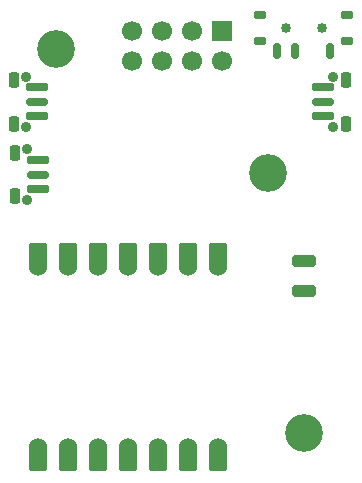
<source format=gbr>
%TF.GenerationSoftware,KiCad,Pcbnew,9.0.7*%
%TF.CreationDate,2026-01-31T17:00:11+00:00*%
%TF.ProjectId,timetable,74696d65-7461-4626-9c65-2e6b69636164,rev?*%
%TF.SameCoordinates,Original*%
%TF.FileFunction,Soldermask,Top*%
%TF.FilePolarity,Negative*%
%FSLAX46Y46*%
G04 Gerber Fmt 4.6, Leading zero omitted, Abs format (unit mm)*
G04 Created by KiCad (PCBNEW 9.0.7) date 2026-01-31 17:00:11*
%MOMM*%
%LPD*%
G01*
G04 APERTURE LIST*
G04 Aperture macros list*
%AMRoundRect*
0 Rectangle with rounded corners*
0 $1 Rounding radius*
0 $2 $3 $4 $5 $6 $7 $8 $9 X,Y pos of 4 corners*
0 Add a 4 corners polygon primitive as box body*
4,1,4,$2,$3,$4,$5,$6,$7,$8,$9,$2,$3,0*
0 Add four circle primitives for the rounded corners*
1,1,$1+$1,$2,$3*
1,1,$1+$1,$4,$5*
1,1,$1+$1,$6,$7*
1,1,$1+$1,$8,$9*
0 Add four rect primitives between the rounded corners*
20,1,$1+$1,$2,$3,$4,$5,0*
20,1,$1+$1,$4,$5,$6,$7,0*
20,1,$1+$1,$6,$7,$8,$9,0*
20,1,$1+$1,$8,$9,$2,$3,0*%
G04 Aperture macros list end*
%ADD10C,3.200000*%
%ADD11C,0.900000*%
%ADD12RoundRect,0.187500X0.712500X-0.187500X0.712500X0.187500X-0.712500X0.187500X-0.712500X-0.187500X0*%
%ADD13RoundRect,0.150000X0.750000X-0.150000X0.750000X0.150000X-0.750000X0.150000X-0.750000X-0.150000X0*%
%ADD14RoundRect,0.225000X0.225000X-0.425000X0.225000X0.425000X-0.225000X0.425000X-0.225000X-0.425000X0*%
%ADD15RoundRect,0.152400X-0.609600X1.063600X-0.609600X-1.063600X0.609600X-1.063600X0.609600X1.063600X0*%
%ADD16C,1.524000*%
%ADD17RoundRect,0.152400X0.609600X-1.063600X0.609600X1.063600X-0.609600X1.063600X-0.609600X-1.063600X0*%
%ADD18C,0.850000*%
%ADD19RoundRect,0.150000X0.150000X0.500000X-0.150000X0.500000X-0.150000X-0.500000X0.150000X-0.500000X0*%
%ADD20RoundRect,0.175000X0.350000X0.175000X-0.350000X0.175000X-0.350000X-0.175000X0.350000X-0.175000X0*%
%ADD21RoundRect,0.250000X0.750000X-0.250000X0.750000X0.250000X-0.750000X0.250000X-0.750000X-0.250000X0*%
%ADD22RoundRect,0.187500X-0.712500X0.187500X-0.712500X-0.187500X0.712500X-0.187500X0.712500X0.187500X0*%
%ADD23RoundRect,0.150000X-0.750000X0.150000X-0.750000X-0.150000X0.750000X-0.150000X0.750000X0.150000X0*%
%ADD24RoundRect,0.225000X-0.225000X0.425000X-0.225000X-0.425000X0.225000X-0.425000X0.225000X0.425000X0*%
%ADD25R,1.700000X1.700000*%
%ADD26C,1.700000*%
G04 APERTURE END LIST*
D10*
%TO.C,REF\u002A\u002A*%
X215500000Y-56000000D03*
%TD*%
D11*
%TO.C,SW3*%
X218000000Y-30125000D03*
X218000000Y-25875000D03*
D12*
X217100000Y-29225000D03*
X217100000Y-26775000D03*
D13*
X217100000Y-28000000D03*
D14*
X219050000Y-29850000D03*
X219050000Y-26150000D03*
%TD*%
D15*
%TO.C,U1*%
X193000000Y-58075000D03*
D16*
X193000000Y-57240000D03*
D15*
X195540000Y-58075000D03*
D16*
X195540000Y-57240000D03*
D15*
X198080000Y-58075000D03*
D16*
X198080000Y-57240000D03*
D15*
X200620000Y-58075000D03*
D16*
X200620000Y-57240000D03*
D15*
X203160000Y-58075000D03*
D16*
X203160000Y-57240000D03*
D15*
X205700000Y-58075000D03*
D16*
X205700000Y-57240000D03*
D15*
X208240000Y-58075000D03*
D16*
X208240000Y-57240000D03*
X208240000Y-42000000D03*
D17*
X208240000Y-41165000D03*
D16*
X205700000Y-42000000D03*
D17*
X205700000Y-41165000D03*
D16*
X203160000Y-42000000D03*
D17*
X203160000Y-41165000D03*
D16*
X200620000Y-42000000D03*
D17*
X200620000Y-41165000D03*
D16*
X198080000Y-42000000D03*
D17*
X198080000Y-41165000D03*
D16*
X195540000Y-42000000D03*
D17*
X195540000Y-41165000D03*
D16*
X193000000Y-42000000D03*
D17*
X193000000Y-41165000D03*
%TD*%
D18*
%TO.C,SW2*%
X216990000Y-21760000D03*
X213990000Y-21760000D03*
D19*
X217740000Y-23710000D03*
X214740000Y-23710000D03*
X213240000Y-23710000D03*
D20*
X219165000Y-22860000D03*
X219165000Y-20660000D03*
X211815000Y-22860000D03*
X211815000Y-20660000D03*
%TD*%
D10*
%TO.C,REF\u002A\u002A*%
X212500000Y-34000000D03*
%TD*%
D21*
%TO.C,GND*%
X215500000Y-41500000D03*
%TD*%
D11*
%TO.C,SW4*%
X192050000Y-32025000D03*
X192050000Y-36275000D03*
D22*
X192950000Y-32925000D03*
X192950000Y-35375000D03*
D23*
X192950000Y-34150000D03*
D24*
X191000000Y-32300000D03*
X191000000Y-36000000D03*
%TD*%
D21*
%TO.C,VIN*%
X215500000Y-44050000D03*
%TD*%
D10*
%TO.C,REF\u002A\u002A*%
X194500000Y-23500000D03*
%TD*%
D11*
%TO.C,SW1*%
X192000000Y-25875000D03*
X192000000Y-30125000D03*
D22*
X192900000Y-26775000D03*
X192900000Y-29225000D03*
D23*
X192900000Y-28000000D03*
D24*
X190950000Y-26150000D03*
X190950000Y-29850000D03*
%TD*%
D25*
%TO.C,J2*%
X208580000Y-22000000D03*
D26*
X208580000Y-24540000D03*
X206040000Y-22000000D03*
X206040000Y-24540000D03*
X203500000Y-22000000D03*
X203500000Y-24540000D03*
X200960000Y-22000000D03*
X200960000Y-24540000D03*
%TD*%
M02*

</source>
